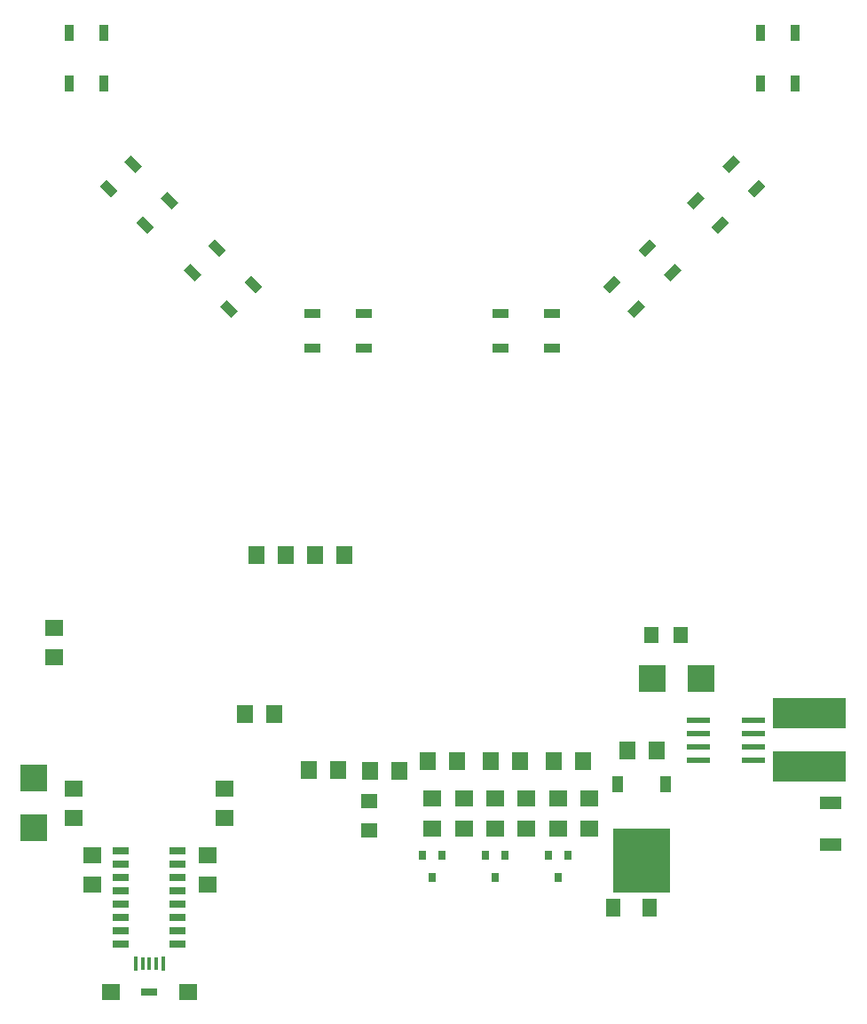
<source format=gbr>
G04 EAGLE Gerber X2 export*
%TF.Part,Single*%
%TF.FileFunction,Paste,Top*%
%TF.FilePolarity,Positive*%
%TF.GenerationSoftware,Autodesk,EAGLE,8.6.1*%
%TF.CreationDate,2018-02-27T16:58:27Z*%
G75*
%MOMM*%
%FSLAX34Y34*%
%LPD*%
%AMOC8*
5,1,8,0,0,1.08239X$1,22.5*%
G01*
%ADD10R,1.600000X1.800000*%
%ADD11R,1.400000X1.600000*%
%ADD12R,1.800000X1.600000*%
%ADD13R,1.600000X1.400000*%
%ADD14R,1.400000X1.800000*%
%ADD15R,2.540000X2.540000*%
%ADD16R,2.100000X1.270000*%
%ADD17R,7.000000X2.850000*%
%ADD18R,5.400000X6.200000*%
%ADD19R,1.000000X1.600000*%
%ADD20R,1.803000X1.600000*%
%ADD21R,1.600000X1.803000*%
%ADD22R,1.524000X0.635000*%
%ADD23R,2.209800X0.609600*%
%ADD24R,0.400000X1.450000*%
%ADD25R,1.800000X1.500000*%
%ADD26R,1.500000X0.700000*%
%ADD27R,0.300000X1.250000*%
%ADD28R,0.800000X0.900000*%
%ADD29R,0.900000X1.500000*%
%ADD30R,1.500000X0.900000*%


D10*
X282100Y231100D03*
X310100Y231100D03*
D11*
X637000Y360000D03*
X609000Y360000D03*
D10*
X368700Y230900D03*
X340700Y230900D03*
X232100Y436100D03*
X260100Y436100D03*
X221400Y285100D03*
X249400Y285100D03*
D12*
X58000Y186000D03*
X58000Y214000D03*
D13*
X340000Y202000D03*
X340000Y174000D03*
D12*
X186000Y122000D03*
X186000Y150000D03*
X202000Y186000D03*
X202000Y214000D03*
D14*
X573000Y100000D03*
X607000Y100000D03*
D15*
X20000Y223495D03*
X20000Y176505D03*
X609505Y319000D03*
X656495Y319000D03*
D16*
X780000Y160200D03*
X780000Y199800D03*
D17*
X760000Y285400D03*
X760000Y234600D03*
D18*
X600000Y145000D03*
D19*
X622800Y218000D03*
X577200Y218000D03*
D20*
X39000Y367220D03*
X39000Y338780D03*
D21*
X614220Y250000D03*
X585780Y250000D03*
D22*
X156950Y78250D03*
X103050Y103650D03*
X156950Y65550D03*
X156950Y90950D03*
X156950Y103650D03*
X103050Y90950D03*
X103050Y116350D03*
X103050Y129050D03*
X156950Y129050D03*
X103050Y154450D03*
X156950Y116350D03*
X156950Y141750D03*
X103050Y141750D03*
X156950Y154450D03*
X103050Y78250D03*
X103050Y65550D03*
D23*
X706162Y240950D03*
X706162Y253650D03*
X706162Y266350D03*
X706162Y279050D03*
X653838Y279050D03*
X653838Y266350D03*
X653838Y253650D03*
X653838Y240950D03*
D24*
X117000Y47250D03*
X143000Y47250D03*
D25*
X93160Y20000D03*
D26*
X130000Y20000D03*
D25*
X166840Y20000D03*
D27*
X123500Y47250D03*
X130000Y47250D03*
X136500Y47250D03*
D21*
X316220Y436000D03*
X287780Y436000D03*
D12*
X76000Y122000D03*
X76000Y150000D03*
D28*
X409500Y150000D03*
X390500Y150000D03*
X400000Y129000D03*
D20*
X400000Y204220D03*
X400000Y175780D03*
D28*
X469500Y150000D03*
X450500Y150000D03*
X460000Y129000D03*
D20*
X460000Y204220D03*
X460000Y175780D03*
D28*
X529500Y150000D03*
X510500Y150000D03*
X520000Y129000D03*
D20*
X520000Y204220D03*
X520000Y175780D03*
X430000Y175780D03*
X430000Y204220D03*
X490000Y175780D03*
X490000Y204220D03*
X550000Y175780D03*
X550000Y204220D03*
D10*
X424000Y240000D03*
X396000Y240000D03*
X484000Y240000D03*
X456000Y240000D03*
X544000Y240000D03*
X516000Y240000D03*
D29*
X53500Y885500D03*
X86500Y885500D03*
X53500Y934500D03*
X86500Y934500D03*
D30*
G36*
X123536Y759494D02*
X134142Y748888D01*
X127778Y742524D01*
X117172Y753130D01*
X123536Y759494D01*
G37*
G36*
X146870Y782828D02*
X157476Y772222D01*
X151112Y765858D01*
X140506Y776464D01*
X146870Y782828D01*
G37*
G36*
X88888Y794142D02*
X99494Y783536D01*
X93130Y777172D01*
X82524Y787778D01*
X88888Y794142D01*
G37*
G36*
X112222Y817476D02*
X122828Y806870D01*
X116464Y800506D01*
X105858Y811112D01*
X112222Y817476D01*
G37*
G36*
X203536Y679494D02*
X214142Y668888D01*
X207778Y662524D01*
X197172Y673130D01*
X203536Y679494D01*
G37*
G36*
X226870Y702828D02*
X237476Y692222D01*
X231112Y685858D01*
X220506Y696464D01*
X226870Y702828D01*
G37*
G36*
X168888Y714142D02*
X179494Y703536D01*
X173130Y697172D01*
X162524Y707778D01*
X168888Y714142D01*
G37*
G36*
X192222Y737476D02*
X202828Y726870D01*
X196464Y720506D01*
X185858Y731112D01*
X192222Y737476D01*
G37*
X334500Y633500D03*
X334500Y666500D03*
X285500Y633500D03*
X285500Y666500D03*
X514500Y633500D03*
X514500Y666500D03*
X465500Y633500D03*
X465500Y666500D03*
G36*
X620506Y703536D02*
X631112Y714142D01*
X637476Y707778D01*
X626870Y697172D01*
X620506Y703536D01*
G37*
G36*
X597172Y726870D02*
X607778Y737476D01*
X614142Y731112D01*
X603536Y720506D01*
X597172Y726870D01*
G37*
G36*
X585858Y668888D02*
X596464Y679494D01*
X602828Y673130D01*
X592222Y662524D01*
X585858Y668888D01*
G37*
G36*
X562524Y692222D02*
X573130Y702828D01*
X579494Y696464D01*
X568888Y685858D01*
X562524Y692222D01*
G37*
G36*
X700506Y783536D02*
X711112Y794142D01*
X717476Y787778D01*
X706870Y777172D01*
X700506Y783536D01*
G37*
G36*
X677172Y806870D02*
X687778Y817476D01*
X694142Y811112D01*
X683536Y800506D01*
X677172Y806870D01*
G37*
G36*
X665858Y748888D02*
X676464Y759494D01*
X682828Y753130D01*
X672222Y742524D01*
X665858Y748888D01*
G37*
G36*
X642524Y772222D02*
X653130Y782828D01*
X659494Y776464D01*
X648888Y765858D01*
X642524Y772222D01*
G37*
D29*
X746500Y934500D03*
X713500Y934500D03*
X746500Y885500D03*
X713500Y885500D03*
M02*

</source>
